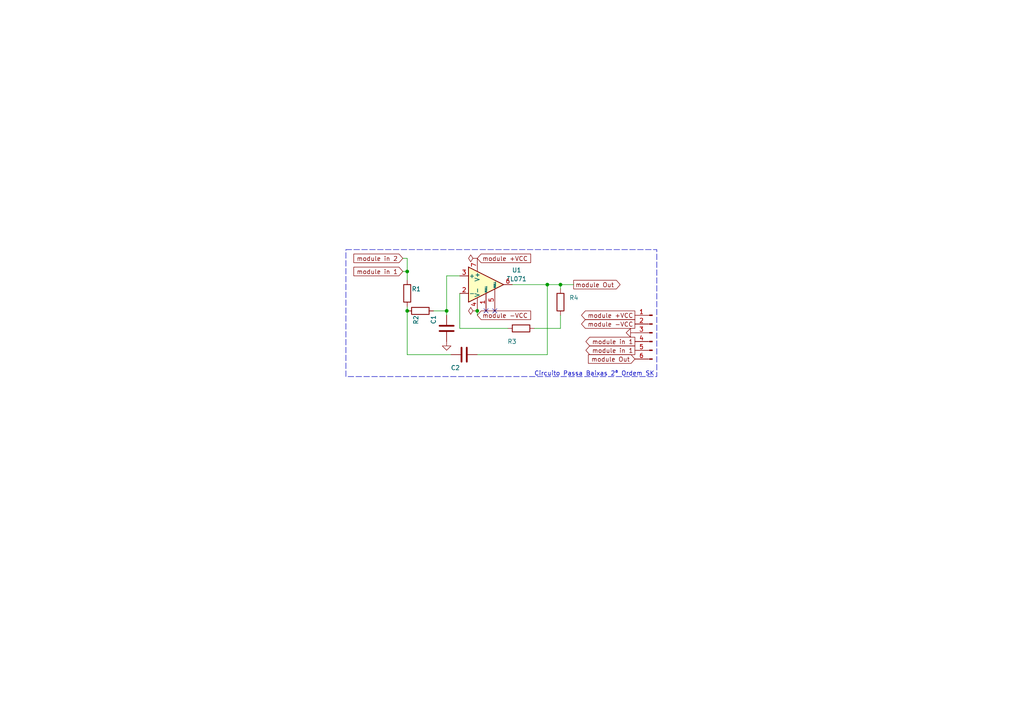
<source format=kicad_sch>
(kicad_sch (version 20230121) (generator eeschema)
  (paper "A4")
  (lib_symbols
    (symbol "Amplifier_Operational:TL071" (pin_names (offset 0.127))
      (property "Reference" "U" (at 0 6.35 0))
      (property "Value" "TL071" (at 0 3.81 0))
      (symbol "TL071_0_1"
        (polyline (pts (xy -5.08 5.08) (xy 5.08 0) (xy -5.08 -5.08) (xy -5.08 5.08)) (stroke (width 0.254)) (fill (type background)))
      )
      (symbol "TL071_1_1"
        (pin input line (at 0 -7.62 90) (length 5.08) (name "NULL") (number "1"))
        (pin input line (at -7.62 -2.54 0) (length 2.54) (name "-") (number "2"))
        (pin input line (at -7.62 2.54 0) (length 2.54) (name "+") (number "3"))
        (pin power_in line (at -2.54 -7.62 90) (length 3.81) (name "V-") (number "4"))
        (pin input line (at 2.54 -7.62 90) (length 6.35) (name "NULL") (number "5"))
        (pin output line (at 7.62 0 180) (length 2.54) (name "~") (number "6"))
        (pin power_in line (at -2.54 7.62 270) (length 3.81) (name "V+") (number "7"))
        (pin no_connect line (at 0 2.54 270) (length 2.54) hide (name "NC") (number "8"))
      )
    )
    (symbol "Connector:Conn_01x06_Pin" (pin_names (offset 1.016) hide)
      (property "Reference" "J" (at 0 7.62 0))
      (property "Value" "Conn_01x06_Pin" (at 0 -10.16 0))
      (symbol "Conn_01x06_Pin_1_1"
        (polyline (pts (xy 1.27 -7.62) (xy 0.8636 -7.62)) (stroke (width 0.1524)))
        (polyline (pts (xy 1.27 -5.08) (xy 0.8636 -5.08)) (stroke (width 0.1524)))
        (polyline (pts (xy 1.27 -2.54) (xy 0.8636 -2.54)) (stroke (width 0.1524)))
        (polyline (pts (xy 1.27 0) (xy 0.8636 0)) (stroke (width 0.1524)))
        (polyline (pts (xy 1.27 2.54) (xy 0.8636 2.54)) (stroke (width 0.1524)))
        (polyline (pts (xy 1.27 5.08) (xy 0.8636 5.08)) (stroke (width 0.1524)))
        (rectangle (start 0.8636 -7.493) (end 0 -7.747) (stroke (width 0.1524)) (fill (type outline)))
        (rectangle (start 0.8636 -4.953) (end 0 -5.207) (stroke (width 0.1524)) (fill (type outline)))
        (rectangle (start 0.8636 -2.413) (end 0 -2.667) (stroke (width 0.1524)) (fill (type outline)))
        (rectangle (start 0.8636 0.127) (end 0 -0.127) (stroke (width 0.1524)) (fill (type outline)))
        (rectangle (start 0.8636 2.667) (end 0 2.413) (stroke (width 0.1524)) (fill (type outline)))
        (rectangle (start 0.8636 5.207) (end 0 4.953) (stroke (width 0.1524)) (fill (type outline)))
        (pin passive line (at 5.08 5.08 180) (length 3.81) (name "Pin_1") (number "1"))
        (pin passive line (at 5.08 2.54 180) (length 3.81) (name "Pin_2") (number "2"))
        (pin passive line (at 5.08 0 180) (length 3.81) (name "Pin_3") (number "3"))
        (pin passive line (at 5.08 -2.54 180) (length 3.81) (name "Pin_4") (number "4"))
        (pin passive line (at 5.08 -5.08 180) (length 3.81) (name "Pin_5") (number "5"))
        (pin passive line (at 5.08 -7.62 180) (length 3.81) (name "Pin_6") (number "6"))
      )
    )
    (symbol "Device:C" (pin_numbers hide) (pin_names (offset 0.254))
      (property "Reference" "C" (at 0.635 2.54 0))
      (property "Value" "C" (at 0.635 -2.54 0))
      (symbol "C_0_1"
        (polyline (pts (xy -2.032 -0.762) (xy 2.032 -0.762)) (stroke (width 0.508)))
        (polyline (pts (xy -2.032 0.762) (xy 2.032 0.762)) (stroke (width 0.508)))
      )
      (symbol "C_1_1"
        (pin passive line (at 0 3.81 270) (length 2.794) (name "~") (number "1"))
        (pin passive line (at 0 -3.81 90) (length 2.794) (name "~") (number "2"))
      )
    )
    (symbol "Device:R" (pin_numbers hide) (pin_names (offset 0))
      (property "Reference" "R" (at 2.032 0 90))
      (property "Value" "R" (at 0 0 90))
      (symbol "R_0_1"
        (rectangle (start -1.016 2.54) (end 1.016 -2.54) (stroke (width 0.254)))
      )
      (symbol "R_1_1"
        (pin passive line (at 0 3.81 270) (length 1.27) (name "~") (number "1"))
        (pin passive line (at 0 -3.81 90) (length 1.27) (name "~") (number "2"))
      )
    )
    (symbol "power:GND" (power) (pin_names (offset 0))
      (property "Value" "GND" (at 0 -3.81 0))
      (symbol "GND_0_1"
        (polyline (pts (xy 0 0) (xy 0 -1.27) (xy 1.27 -1.27) (xy 0 -2.54) (xy -1.27 -1.27) (xy 0 -1.27)))
      )
      (symbol "GND_1_1"
        (pin power_in line (at 0 0 270) (length 0) hide (name "GND") (number "1"))
      )
    )
    (symbol "power:PWR_FLAG" (power) (pin_numbers hide) (pin_names (offset 0) hide)
      (property "Value" "PWR_FLAG" (at 0 3.81 0))
      (symbol "PWR_FLAG_0_0"
        (pin power_out line (at 0 0 90) (length 0) (name "pwr") (number "1"))
      )
      (symbol "PWR_FLAG_0_1"
        (polyline (pts (xy 0 0) (xy 0 1.27) (xy -1.016 1.905) (xy 0 2.54) (xy 1.016 1.905) (xy 0 1.27)))
      )
    )
  )
  (junction (at 162.56 82.55))
  (junction (at 118.11 90.17))
  (junction (at 158.75 82.55))
  (junction (at 129.54 90.17))
  (junction (at 138.43 90.17))
  (junction (at 118.11 78.74))
  (no_connect (at 143.51 90.17))
  (no_connect (at 140.97 90.17))
  (wire (pts (xy 129.54 90.17) (xy 129.54 80.01)))
  (wire (pts (xy 125.73 90.17) (xy 129.54 90.17)))
  (wire (pts (xy 162.56 82.55) (xy 166.37 82.55)))
  (wire (pts (xy 118.11 78.74) (xy 118.11 81.28)))
  (wire (pts (xy 118.11 90.17) (xy 118.11 102.87)))
  (wire (pts (xy 118.11 74.93) (xy 118.11 78.74)))
  (wire (pts (xy 154.94 95.25) (xy 162.56 95.25)))
  (wire (pts (xy 158.75 82.55) (xy 162.56 82.55)))
  (wire (pts (xy 158.75 82.55) (xy 158.75 102.87)))
  (wire (pts (xy 138.43 102.87) (xy 158.75 102.87)))
  (wire (pts (xy 129.54 90.17) (xy 129.54 91.44)))
  (wire (pts (xy 133.35 95.25) (xy 133.35 85.09)))
  (wire (pts (xy 118.11 88.9) (xy 118.11 90.17)))
  (wire (pts (xy 147.32 95.25) (xy 133.35 95.25)))
  (wire (pts (xy 116.84 74.93) (xy 118.11 74.93)))
  (wire (pts (xy 138.43 91.44) (xy 138.43 90.17)))
  (wire (pts (xy 116.84 78.74) (xy 118.11 78.74)))
  (wire (pts (xy 162.56 82.55) (xy 162.56 83.82)))
  (wire (pts (xy 162.56 95.25) (xy 162.56 91.44)))
  (wire (pts (xy 118.11 102.87) (xy 130.81 102.87)))
  (wire (pts (xy 129.54 80.01) (xy 133.35 80.01)))
  (wire (pts (xy 148.59 82.55) (xy 158.75 82.55)))
  (rectangle (start 100.33 72.39) (end 190.5 109.22) (stroke (width 0) (type dash)))
  (text "Circuito Passa Baixas 2ª Ordem SK" (at 154.94 109.22 0) (effects (font (size 1.27 1.27)) (justify left bottom)))
  (global_label "module Out" (shape output) (at 166.37 82.55 0) (property "Intersheetrefs" "${INTERSHEET_REFS}" (effects hide)))
  (global_label "module -VCC" (shape output) (at 184.15 93.98 180) (property "Intersheetrefs" "${INTERSHEET_REFS}" (effects hide)))
  (global_label "module Out" (shape input) (at 184.15 104.14 180) (property "Intersheetrefs" "${INTERSHEET_REFS}" (effects hide)))
  (global_label "module in 1" (shape output) (at 184.15 99.06 180) (property "Intersheetrefs" "${INTERSHEET_REFS}" (effects hide)))
  (global_label "module in 2" (shape input) (at 116.84 74.93 180) (property "Intersheetrefs" "${INTERSHEET_REFS}" (effects hide)))
  (global_label "module -VCC" (shape input) (at 138.43 91.44 0) (property "Intersheetrefs" "${INTERSHEET_REFS}" (effects hide)))
  (global_label "module in 1" (shape output) (at 184.15 101.6 180) (property "Intersheetrefs" "${INTERSHEET_REFS}" (effects hide)))
  (global_label "module in 1" (shape input) (at 116.84 78.74 180) (property "Intersheetrefs" "${INTERSHEET_REFS}" (effects hide)))
  (global_label "module +VCC" (shape output) (at 184.15 91.44 180) (property "Intersheetrefs" "${INTERSHEET_REFS}" (effects hide)))
  (global_label "module +VCC" (shape input) (at 138.43 74.93 0) (property "Intersheetrefs" "${INTERSHEET_REFS}" (effects hide)))
  (symbol (lib_id "power:PWR_FLAG") (at 138.43 90.17 90) (unit 1)
    (property "Reference" "#FLG02" (effects hide))
    (property "Value" "PWR_FLAG" (effects hide))
  )
  (symbol (lib_id "Device:R") (at 151.13 95.25 90) (mirror x) (unit 1)
    (property "Reference" "R3" (at 149.86 99.06 90) (effects (justify left)))
    (property "Value" "R" (effects hide))
    (property "Footprint" "Resistor_THT:R_Axial_DIN0207_L6.3mm_D2.5mm_P7.62mm_Horizontal" (effects hide))
  )
  (symbol (lib_id "Device:C") (at 134.62 102.87 90) (unit 1)
    (property "Reference" "C2" (at 132.08 106.68 90))
    (property "Value" "C" (effects hide))
  )
  (symbol (lib_id "power:GND") (at 184.15 96.52 270) (unit 1)
    (property "Reference" "#PWR02" (effects hide))
    (property "Value" "GND" (effects hide))
  )
  (symbol (lib_id "Connector:Conn_01x06_Pin") (at 189.23 96.52 0) (mirror y) (unit 1)
    (property "Reference" "J1" (effects hide))
    (property "Value" "Conn_01x06_Pin" (effects hide))
    (property "Footprint" "Connector_PinHeader_2.54mm:PinHeader_1x06_P2.54mm_Vertical" (effects hide))
  )
  (symbol (lib_id "Device:R") (at 118.11 85.09 0) (unit 1)
    (property "Reference" "R1" (at 119.38 83.82 0) (effects (justify left)))
    (property "Value" "R" (effects hide))
    (property "Footprint" "Resistor_THT:R_Axial_DIN0207_L6.3mm_D2.5mm_P7.62mm_Horizontal" (effects hide))
  )
  (symbol (lib_id "Device:R") (at 121.92 90.17 90) (mirror x) (unit 1)
    (property "Reference" "R2" (at 120.65 91.44 0) (effects (justify left)))
    (property "Value" "R" (effects hide))
    (property "Footprint" "Resistor_THT:R_Axial_DIN0207_L6.3mm_D2.5mm_P7.62mm_Horizontal" (effects hide))
  )
  (symbol (lib_id "Device:C") (at 129.54 95.25 0) (unit 1)
    (property "Reference" "C1" (at 125.73 92.71 90))
    (property "Value" "C" (effects hide))
  )
  (symbol (lib_id "power:PWR_FLAG") (at 138.43 74.93 90) (unit 1)
    (property "Reference" "#FLG01" (effects hide))
    (property "Value" "PWR_FLAG" (effects hide))
  )
  (symbol (lib_id "power:GND") (at 129.54 99.06 0) (unit 1)
    (property "Reference" "#PWR01" (effects hide))
    (property "Value" "GND" (effects hide))
  )
  (symbol (lib_id "Device:R") (at 162.56 87.63 0) (unit 1)
    (property "Reference" "R4" (at 165.1 86.36 0) (effects (justify left)))
    (property "Value" "R" (effects hide))
    (property "Footprint" "Resistor_THT:R_Axial_DIN0207_L6.3mm_D2.5mm_P7.62mm_Horizontal" (effects hide))
  )
  (symbol (lib_id "Amplifier_Operational:TL071") (at 140.97 82.55 0) (unit 1)
    (property "Reference" "U1" (at 149.86 78.3591 0))
    (property "Value" "TL071" (at 149.86 80.8991 0))
    (property "Footprint" "Package_DIP:DIP-8_W7.62mm_Socket" (effects hide))
    (property "Datasheet" "http://www.ti.com/lit/ds/symlink/tl071.pdf" (effects hide))
  )
)
</source>
